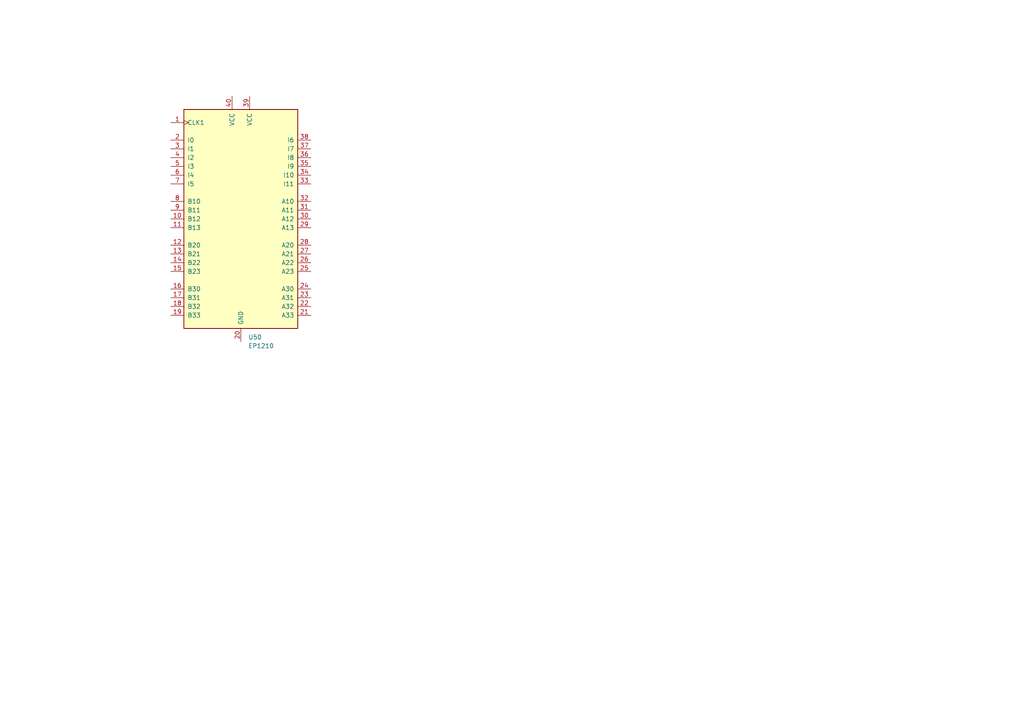
<source format=kicad_sch>
(kicad_sch (version 20250114) (generator "eeschema") (generator_version "9.0")
  (paper "A4")
  (lib_symbols
    (symbol "CPLD_Altera:EP1210" (pin_names (offset 1.016))
      (property "Reference" "U" (at -5.08 34.925 0))
      (property "Value" "EP1210" (at -5.08 33.02 0))
      (symbol "EP1210_0_1"
        (rectangle (start -16.51 -31.75) (end 16.51 31.75) (stroke (width 0.254)) (fill (type background)))
      )
      (symbol "EP1210_1_1"
        (pin input clock (at -20.32 27.94 0) (length 3.81) (name "CLK1") (number "1"))
        (pin input line (at -20.32 22.86 0) (length 3.81) (name "I0") (number "2"))
        (pin input line (at -20.32 20.32 0) (length 3.81) (name "I1") (number "3"))
        (pin input line (at -20.32 17.78 0) (length 3.81) (name "I2") (number "4"))
        (pin input line (at -20.32 15.24 0) (length 3.81) (name "I3") (number "5"))
        (pin input line (at -20.32 12.7 0) (length 3.81) (name "I4") (number "6"))
        (pin input line (at -20.32 10.16 0) (length 3.81) (name "I5") (number "7"))
        (pin input line (at -20.32 5.08 0) (length 3.81) (name "B10") (number "8"))
        (pin input line (at -20.32 2.54 0) (length 3.81) (name "B11") (number "9"))
        (pin input line (at -20.32 0 0) (length 3.81) (name "B12") (number "10"))
        (pin input line (at -20.32 -2.54 0) (length 3.81) (name "B13") (number "11"))
        (pin input line (at -20.32 -7.62 0) (length 3.81) (name "B20") (number "12"))
        (pin input line (at -20.32 -10.16 0) (length 3.81) (name "B21") (number "13"))
        (pin input line (at -20.32 -12.7 0) (length 3.81) (name "B22") (number "14"))
        (pin input line (at -20.32 -15.24 0) (length 3.81) (name "B23") (number "15"))
        (pin input line (at -20.32 -20.32 0) (length 3.81) (name "B30") (number "16"))
        (pin input line (at -20.32 -22.86 0) (length 3.81) (name "B31") (number "17"))
        (pin input line (at -20.32 -25.4 0) (length 3.81) (name "B32") (number "18"))
        (pin input line (at -20.32 -27.94 0) (length 3.81) (name "B33") (number "19"))
        (pin power_in line (at -2.54 35.56 270) (length 3.81) (name "VCC") (number "40"))
        (pin power_in line (at 0 -35.56 90) (length 3.81) (name "GND") (number "20"))
        (pin power_in line (at 2.54 35.56 270) (length 3.81) (name "VCC") (number "39"))
        (pin input line (at 20.32 22.86 180) (length 3.81) (name "I6") (number "38"))
        (pin input line (at 20.32 20.32 180) (length 3.81) (name "I7") (number "37"))
        (pin input line (at 20.32 17.78 180) (length 3.81) (name "I8") (number "36"))
        (pin input line (at 20.32 15.24 180) (length 3.81) (name "I9") (number "35"))
        (pin input line (at 20.32 12.7 180) (length 3.81) (name "I10") (number "34"))
        (pin input line (at 20.32 10.16 180) (length 3.81) (name "I11") (number "33"))
        (pin input line (at 20.32 5.08 180) (length 3.81) (name "A10") (number "32"))
        (pin input line (at 20.32 2.54 180) (length 3.81) (name "A11") (number "31"))
        (pin input line (at 20.32 0 180) (length 3.81) (name "A12") (number "30"))
        (pin input line (at 20.32 -2.54 180) (length 3.81) (name "A13") (number "29"))
        (pin input line (at 20.32 -7.62 180) (length 3.81) (name "A20") (number "28"))
        (pin input line (at 20.32 -10.16 180) (length 3.81) (name "A21") (number "27"))
        (pin input line (at 20.32 -12.7 180) (length 3.81) (name "A22") (number "26"))
        (pin input line (at 20.32 -15.24 180) (length 3.81) (name "A23") (number "25"))
        (pin input line (at 20.32 -20.32 180) (length 3.81) (name "A30") (number "24"))
        (pin input line (at 20.32 -22.86 180) (length 3.81) (name "A31") (number "23"))
        (pin input line (at 20.32 -25.4 180) (length 3.81) (name "A32") (number "22"))
        (pin input line (at 20.32 -27.94 180) (length 3.81) (name "A33") (number "21"))
      )
    )
  )
  (symbol (lib_id "CPLD_Altera:EP1210") (at 69.85 63.5 0) (unit 1)
    (property "Reference" "U50" (at 71.9933 97.79 0) (effects (justify left)))
    (property "Value" "EP1210" (at 71.9933 100.33 0) (effects (justify left)))
    (property "Description" "EPLD" (effects (hide yes)))
  )
)
</source>
